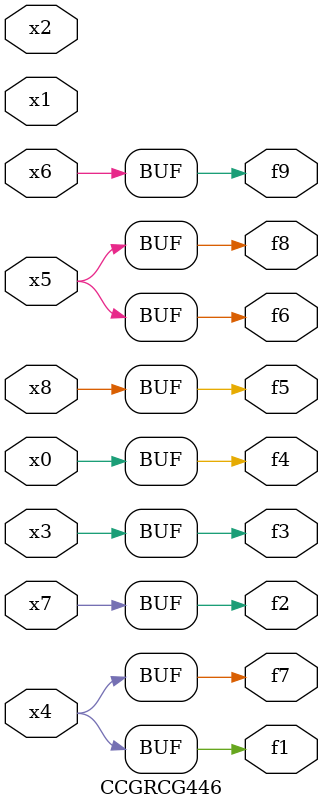
<source format=v>
module CCGRCG446(
	input x0, x1, x2, x3, x4, x5, x6, x7, x8,
	output f1, f2, f3, f4, f5, f6, f7, f8, f9
);
	assign f1 = x4;
	assign f2 = x7;
	assign f3 = x3;
	assign f4 = x0;
	assign f5 = x8;
	assign f6 = x5;
	assign f7 = x4;
	assign f8 = x5;
	assign f9 = x6;
endmodule

</source>
